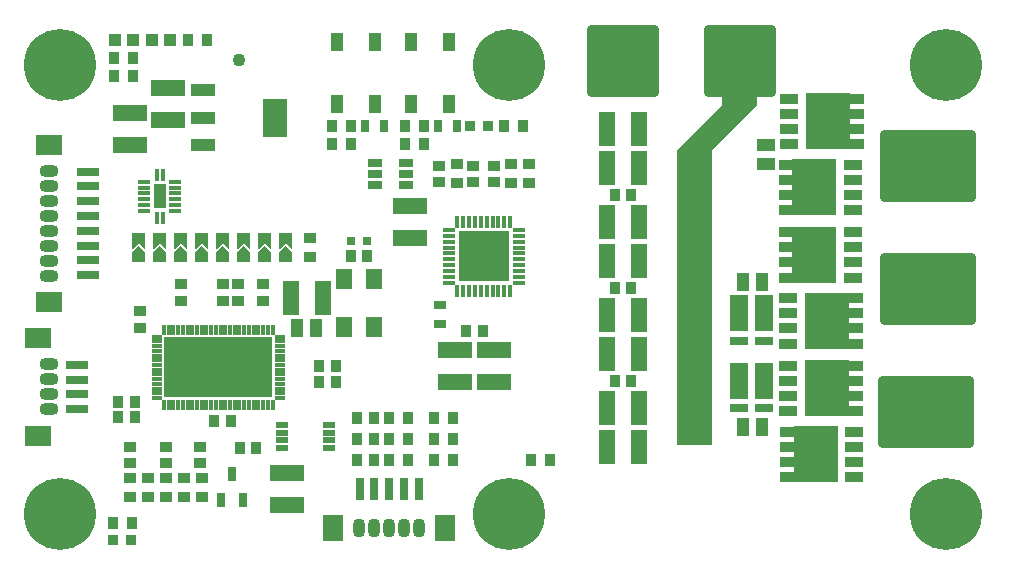
<source format=gts>
G04*
G04 #@! TF.GenerationSoftware,Altium Limited,Altium Designer,21.0.8 (223)*
G04*
G04 Layer_Color=8388736*
%FSLAX25Y25*%
%MOIN*%
G70*
G04*
G04 #@! TF.SameCoordinates,B676E1CA-0217-40F3-8002-BB03906CADE6*
G04*
G04*
G04 #@! TF.FilePolarity,Negative*
G04*
G01*
G75*
%ADD60R,0.03150X0.07480*%
%ADD61R,0.06693X0.09055*%
%ADD62R,0.09055X0.06693*%
%ADD63R,0.07480X0.03150*%
%ADD64R,0.03543X0.03543*%
%ADD65R,0.04331X0.06496*%
%ADD66R,0.03543X0.04134*%
%ADD67C,0.04331*%
%ADD68R,0.06102X0.03740*%
%ADD69R,0.04528X0.03740*%
%ADD70R,0.15158X0.18898*%
%ADD71R,0.05512X0.11496*%
%ADD72R,0.03465X0.04252*%
%ADD73R,0.04095X0.02520*%
%ADD74R,0.11496X0.05512*%
%ADD75R,0.04252X0.03465*%
%ADD76C,0.01575*%
%ADD77R,0.04409X0.06181*%
%ADD78R,0.06280X0.12008*%
%ADD79R,0.06280X0.03150*%
G04:AMPARAMS|DCode=80|XSize=240.16mil|YSize=240.16mil|CornerRadius=13.78mil|HoleSize=0mil|Usage=FLASHONLY|Rotation=0.000|XOffset=0mil|YOffset=0mil|HoleType=Round|Shape=RoundedRectangle|*
%AMROUNDEDRECTD80*
21,1,0.24016,0.21260,0,0,0.0*
21,1,0.21260,0.24016,0,0,0.0*
1,1,0.02756,0.10630,-0.10630*
1,1,0.02756,-0.10630,-0.10630*
1,1,0.02756,-0.10630,0.10630*
1,1,0.02756,0.10630,0.10630*
%
%ADD80ROUNDEDRECTD80*%
%ADD81R,0.02756X0.04724*%
G04:AMPARAMS|DCode=82|XSize=318.9mil|YSize=240.16mil|CornerRadius=13.78mil|HoleSize=0mil|Usage=FLASHONLY|Rotation=180.000|XOffset=0mil|YOffset=0mil|HoleType=Round|Shape=RoundedRectangle|*
%AMROUNDEDRECTD82*
21,1,0.31890,0.21260,0,0,180.0*
21,1,0.29134,0.24016,0,0,180.0*
1,1,0.02756,-0.14567,0.10630*
1,1,0.02756,0.14567,0.10630*
1,1,0.02756,0.14567,-0.10630*
1,1,0.02756,-0.14567,-0.10630*
%
%ADD82ROUNDEDRECTD82*%
%ADD83R,0.04921X0.02756*%
%ADD84R,0.03937X0.07874*%
%ADD85R,0.01339X0.03937*%
%ADD86R,0.03937X0.01339*%
%ADD87R,0.02520X0.04095*%
%ADD88R,0.01575X0.03937*%
%ADD89R,0.03937X0.01575*%
%ADD90R,0.17126X0.17126*%
%ADD91R,0.04134X0.02165*%
%ADD92R,0.04134X0.03543*%
%ADD93R,0.36221X0.20472*%
%ADD94R,0.01181X0.03740*%
%ADD95R,0.03740X0.01181*%
%ADD96R,0.07874X0.12992*%
%ADD97R,0.07874X0.03937*%
%ADD98R,0.02953X0.03150*%
%ADD99R,0.06181X0.04409*%
%ADD100R,0.03937X0.04134*%
%ADD101R,0.04095X0.03543*%
%ADD102R,0.05512X0.06693*%
%ADD103O,0.06299X0.04331*%
%ADD104O,0.04331X0.06299*%
%ADD105C,0.03740*%
%ADD106C,0.24016*%
%ADD107C,0.02362*%
%ADD108C,0.02756*%
G36*
X91007Y107418D02*
X91044Y107407D01*
X91078Y107389D01*
X91108Y107364D01*
X91133Y107334D01*
X91151Y107300D01*
X91163Y107263D01*
X91166Y107224D01*
X91166Y102232D01*
X91166Y102232D01*
X91164Y102212D01*
X91163Y102193D01*
X91154Y102164D01*
X91151Y102156D01*
X91133Y102122D01*
X91108Y102092D01*
X91078Y102067D01*
X91044Y102049D01*
X91035Y102046D01*
X91007Y102038D01*
X90988Y102036D01*
X90968Y102034D01*
X90949Y102036D01*
X90930Y102038D01*
X90901Y102046D01*
X90893Y102049D01*
X90859Y102067D01*
X90829Y102092D01*
X89000Y103920D01*
X87172Y102092D01*
X87172Y102092D01*
X87142Y102067D01*
X87107Y102049D01*
X87070Y102037D01*
X87057Y102036D01*
X87032Y102033D01*
X87005Y102036D01*
X86993Y102037D01*
X86967Y102045D01*
X86956Y102049D01*
X86956Y102049D01*
D01*
X86955Y102049D01*
X86922Y102067D01*
X86899Y102085D01*
X86892Y102092D01*
X86874Y102114D01*
X86867Y102121D01*
X86867Y102121D01*
X86867Y102121D01*
X86849Y102156D01*
X86838Y102193D01*
X86836Y102206D01*
X86834Y102231D01*
X86834Y102231D01*
X86834Y107224D01*
Y107224D01*
D01*
X86838Y107263D01*
X86849Y107300D01*
X86867Y107334D01*
X86892Y107364D01*
X86922Y107389D01*
X86956Y107407D01*
X86993Y107418D01*
X87032Y107422D01*
X87032D01*
D01*
X90969D01*
X91007Y107418D01*
D02*
G37*
G36*
X84007D02*
X84044Y107407D01*
X84078Y107389D01*
X84108Y107364D01*
X84133Y107334D01*
X84151Y107300D01*
X84162Y107263D01*
X84166Y107224D01*
X84166Y102232D01*
X84166Y102232D01*
X84164Y102212D01*
X84162Y102193D01*
X84154Y102164D01*
X84151Y102156D01*
X84133Y102122D01*
X84108Y102092D01*
X84078Y102067D01*
X84044Y102049D01*
X84035Y102046D01*
X84007Y102038D01*
X83988Y102036D01*
X83968Y102034D01*
X83949Y102036D01*
X83930Y102038D01*
X83901Y102046D01*
X83893Y102049D01*
X83859Y102067D01*
X83829Y102092D01*
X82000Y103920D01*
X80172Y102092D01*
X80172Y102092D01*
X80142Y102067D01*
X80107Y102049D01*
X80070Y102037D01*
X80057Y102036D01*
X80032Y102033D01*
X80005Y102036D01*
X79993Y102037D01*
X79967Y102045D01*
X79956Y102049D01*
X79956Y102049D01*
D01*
X79955Y102049D01*
X79922Y102067D01*
X79899Y102085D01*
X79892Y102092D01*
X79874Y102114D01*
X79867Y102121D01*
X79867Y102121D01*
X79867Y102121D01*
X79849Y102156D01*
X79838Y102193D01*
X79836Y102206D01*
X79834Y102231D01*
X79834Y102231D01*
X79834Y107224D01*
Y107224D01*
D01*
X79838Y107263D01*
X79849Y107300D01*
X79867Y107334D01*
X79892Y107364D01*
X79922Y107389D01*
X79956Y107407D01*
X79993Y107418D01*
X80032Y107422D01*
X80032D01*
D01*
X83969D01*
X84007Y107418D01*
D02*
G37*
G36*
X77007D02*
X77044Y107407D01*
X77078Y107389D01*
X77108Y107364D01*
X77133Y107334D01*
X77151Y107300D01*
X77162Y107263D01*
X77166Y107224D01*
X77166Y102232D01*
X77166Y102232D01*
X77164Y102212D01*
X77162Y102193D01*
X77154Y102164D01*
X77151Y102156D01*
X77133Y102122D01*
X77108Y102092D01*
X77078Y102067D01*
X77044Y102049D01*
X77035Y102046D01*
X77007Y102038D01*
X76988Y102036D01*
X76968Y102034D01*
X76949Y102036D01*
X76930Y102038D01*
X76901Y102046D01*
X76893Y102049D01*
X76859Y102067D01*
X76829Y102092D01*
X75000Y103920D01*
X73172Y102092D01*
X73172Y102092D01*
X73142Y102067D01*
X73107Y102049D01*
X73070Y102037D01*
X73057Y102036D01*
X73032Y102033D01*
X73005Y102036D01*
X72993Y102037D01*
X72967Y102045D01*
X72956Y102049D01*
X72956Y102049D01*
D01*
X72955Y102049D01*
X72922Y102067D01*
X72899Y102085D01*
X72892Y102092D01*
X72874Y102114D01*
X72867Y102121D01*
X72867Y102121D01*
X72867Y102121D01*
X72849Y102156D01*
X72838Y102193D01*
X72836Y102206D01*
X72834Y102231D01*
X72834Y102231D01*
X72834Y107224D01*
Y107224D01*
D01*
X72838Y107263D01*
X72849Y107300D01*
X72867Y107334D01*
X72892Y107364D01*
X72922Y107389D01*
X72956Y107407D01*
X72993Y107418D01*
X73032Y107422D01*
X73032D01*
D01*
X76968D01*
X77007Y107418D01*
D02*
G37*
G36*
X70007D02*
X70044Y107407D01*
X70078Y107389D01*
X70108Y107364D01*
X70133Y107334D01*
X70151Y107300D01*
X70162Y107263D01*
X70166Y107224D01*
X70166Y102232D01*
X70166Y102232D01*
X70164Y102212D01*
X70162Y102193D01*
X70154Y102164D01*
X70151Y102156D01*
X70133Y102122D01*
X70108Y102092D01*
X70078Y102067D01*
X70044Y102049D01*
X70035Y102046D01*
X70007Y102038D01*
X69988Y102036D01*
X69968Y102034D01*
X69949Y102036D01*
X69930Y102038D01*
X69901Y102046D01*
X69893Y102049D01*
X69859Y102067D01*
X69829Y102092D01*
X68000Y103920D01*
X66172Y102092D01*
X66171Y102092D01*
X66142Y102067D01*
X66107Y102049D01*
X66070Y102037D01*
X66057Y102036D01*
X66032Y102033D01*
X66005Y102036D01*
X65993Y102037D01*
X65967Y102045D01*
X65956Y102049D01*
X65956Y102049D01*
D01*
X65955Y102049D01*
X65922Y102067D01*
X65899Y102085D01*
X65892Y102092D01*
X65873Y102114D01*
X65867Y102121D01*
X65867Y102121D01*
X65867Y102121D01*
X65849Y102156D01*
X65838Y102193D01*
X65836Y102206D01*
X65834Y102231D01*
X65834Y102231D01*
X65834Y107224D01*
Y107224D01*
D01*
X65838Y107263D01*
X65849Y107300D01*
X65867Y107334D01*
X65892Y107364D01*
X65922Y107389D01*
X65956Y107407D01*
X65993Y107418D01*
X66031Y107422D01*
X66031D01*
D01*
X69968D01*
X70007Y107418D01*
D02*
G37*
G36*
X63007D02*
X63044Y107407D01*
X63078Y107389D01*
X63108Y107364D01*
X63133Y107334D01*
X63151Y107300D01*
X63162Y107263D01*
X63166Y107224D01*
X63166Y102232D01*
X63166Y102232D01*
X63164Y102212D01*
X63162Y102193D01*
X63154Y102164D01*
X63151Y102156D01*
X63133Y102122D01*
X63108Y102092D01*
X63078Y102067D01*
X63044Y102049D01*
X63036Y102046D01*
X63007Y102038D01*
X62988Y102036D01*
X62968Y102034D01*
X62949Y102036D01*
X62930Y102038D01*
X62901Y102046D01*
X62893Y102049D01*
X62859Y102067D01*
X62829Y102092D01*
X61000Y103920D01*
X59172Y102092D01*
X59171Y102092D01*
X59142Y102067D01*
X59107Y102049D01*
X59070Y102037D01*
X59057Y102036D01*
X59032Y102033D01*
X59004Y102036D01*
X58993Y102037D01*
X58967Y102045D01*
X58956Y102049D01*
X58956Y102049D01*
D01*
X58955Y102049D01*
X58922Y102067D01*
X58899Y102085D01*
X58892Y102092D01*
X58873Y102114D01*
X58867Y102121D01*
X58867Y102121D01*
X58867Y102121D01*
X58849Y102156D01*
X58838Y102193D01*
X58836Y102206D01*
X58834Y102231D01*
X58834Y102231D01*
X58834Y107224D01*
Y107224D01*
D01*
X58837Y107263D01*
X58849Y107300D01*
X58867Y107334D01*
X58892Y107364D01*
X58922Y107389D01*
X58956Y107407D01*
X58993Y107418D01*
X59031Y107422D01*
X59031D01*
D01*
X62968D01*
X63007Y107418D01*
D02*
G37*
G36*
X56007D02*
X56044Y107407D01*
X56078Y107389D01*
X56108Y107364D01*
X56133Y107334D01*
X56151Y107300D01*
X56163Y107263D01*
X56166Y107224D01*
X56166Y102232D01*
X56166Y102232D01*
X56164Y102212D01*
X56163Y102193D01*
X56154Y102164D01*
X56151Y102156D01*
X56133Y102122D01*
X56108Y102092D01*
X56078Y102067D01*
X56044Y102049D01*
X56036Y102046D01*
X56007Y102038D01*
X55988Y102036D01*
X55968Y102034D01*
X55949Y102036D01*
X55930Y102038D01*
X55901Y102046D01*
X55893Y102049D01*
X55859Y102067D01*
X55829Y102092D01*
X54000Y103920D01*
X52172Y102092D01*
X52171Y102092D01*
X52142Y102067D01*
X52107Y102049D01*
X52070Y102037D01*
X52057Y102036D01*
X52032Y102033D01*
X52004Y102036D01*
X51993Y102037D01*
X51967Y102045D01*
X51956Y102049D01*
X51956Y102049D01*
D01*
X51955Y102049D01*
X51922Y102067D01*
X51899Y102085D01*
X51892Y102092D01*
X51873Y102114D01*
X51867Y102121D01*
X51867Y102121D01*
X51867Y102121D01*
X51849Y102156D01*
X51838Y102193D01*
X51836Y102206D01*
X51834Y102231D01*
X51834Y102231D01*
X51834Y107224D01*
Y107224D01*
D01*
X51837Y107263D01*
X51849Y107300D01*
X51867Y107334D01*
X51892Y107364D01*
X51922Y107389D01*
X51956Y107407D01*
X51993Y107418D01*
X52031Y107422D01*
X52031D01*
D01*
X55968D01*
X56007Y107418D01*
D02*
G37*
G36*
X49007D02*
X49044Y107407D01*
X49078Y107389D01*
X49108Y107364D01*
X49133Y107334D01*
X49151Y107300D01*
X49163Y107263D01*
X49166Y107224D01*
X49166Y102232D01*
X49166Y102232D01*
X49164Y102212D01*
X49163Y102193D01*
X49154Y102164D01*
X49151Y102156D01*
X49133Y102122D01*
X49108Y102092D01*
X49078Y102067D01*
X49044Y102049D01*
X49036Y102046D01*
X49007Y102038D01*
X48988Y102036D01*
X48968Y102034D01*
X48949Y102036D01*
X48930Y102038D01*
X48901Y102046D01*
X48893Y102049D01*
X48859Y102067D01*
X48829Y102092D01*
X47000Y103920D01*
X45172Y102092D01*
X45171Y102092D01*
X45142Y102067D01*
X45107Y102049D01*
X45070Y102037D01*
X45057Y102036D01*
X45032Y102033D01*
X45004Y102036D01*
X44993Y102037D01*
X44967Y102045D01*
X44956Y102049D01*
X44956Y102049D01*
D01*
X44955Y102049D01*
X44922Y102067D01*
X44899Y102085D01*
X44892Y102092D01*
X44873Y102114D01*
X44867Y102121D01*
X44867Y102121D01*
X44867Y102121D01*
X44849Y102156D01*
X44838Y102193D01*
X44836Y102206D01*
X44834Y102231D01*
X44834Y102231D01*
X44834Y107224D01*
Y107224D01*
D01*
X44837Y107263D01*
X44849Y107300D01*
X44867Y107334D01*
X44892Y107364D01*
X44922Y107389D01*
X44956Y107407D01*
X44993Y107418D01*
X45031Y107422D01*
X45031D01*
D01*
X48968D01*
X49007Y107418D01*
D02*
G37*
G36*
X42007D02*
X42044Y107407D01*
X42078Y107389D01*
X42108Y107364D01*
X42133Y107334D01*
X42151Y107300D01*
X42162Y107263D01*
X42166Y107224D01*
X42166Y102232D01*
X42166Y102232D01*
X42164Y102212D01*
X42162Y102193D01*
X42154Y102164D01*
X42151Y102156D01*
X42133Y102122D01*
X42108Y102092D01*
X42078Y102067D01*
X42044Y102049D01*
X42035Y102046D01*
X42007Y102038D01*
X41988Y102036D01*
X41969Y102034D01*
X41949Y102036D01*
X41930Y102038D01*
X41901Y102046D01*
X41893Y102049D01*
X41859Y102067D01*
X41829Y102092D01*
X40000Y103920D01*
X38172Y102092D01*
X38171Y102092D01*
X38142Y102067D01*
X38107Y102049D01*
X38070Y102037D01*
X38057Y102036D01*
X38032Y102033D01*
X38004Y102036D01*
X37993Y102037D01*
X37967Y102045D01*
X37956Y102049D01*
X37956Y102049D01*
D01*
X37955Y102049D01*
X37922Y102067D01*
X37899Y102085D01*
X37892Y102092D01*
X37874Y102114D01*
X37867Y102121D01*
X37867Y102121D01*
X37867Y102121D01*
X37849Y102156D01*
X37838Y102193D01*
X37836Y102206D01*
X37834Y102231D01*
X37834Y102231D01*
X37834Y107224D01*
Y107224D01*
D01*
X37837Y107263D01*
X37849Y107300D01*
X37867Y107334D01*
X37892Y107364D01*
X37922Y107389D01*
X37956Y107407D01*
X37993Y107418D01*
X38032Y107422D01*
X38032D01*
D01*
X41969D01*
X42007Y107418D01*
D02*
G37*
G36*
X89039Y103088D02*
X89076Y103076D01*
X89110Y103058D01*
X89140Y103034D01*
X91108Y101065D01*
X91133Y101035D01*
X91151Y101001D01*
X91154Y100992D01*
X91163Y100964D01*
X91164Y100944D01*
X91166Y100925D01*
X91166Y100925D01*
Y97776D01*
X91163Y97737D01*
X91151Y97700D01*
X91133Y97666D01*
X91108Y97636D01*
X91078Y97611D01*
X91044Y97593D01*
X91007Y97582D01*
X90969Y97578D01*
X87032D01*
X86993Y97582D01*
X86956Y97593D01*
X86922Y97611D01*
X86892Y97636D01*
X86867Y97666D01*
X86849Y97700D01*
X86838Y97737D01*
X86834Y97776D01*
Y100925D01*
X86834Y100925D01*
X86838Y100964D01*
X86849Y101001D01*
X86867Y101035D01*
X86892Y101065D01*
X88860Y103034D01*
X88890Y103058D01*
X88924Y103076D01*
X88961Y103088D01*
X89000Y103092D01*
X89039Y103088D01*
D02*
G37*
G36*
X82039D02*
X82076Y103076D01*
X82110Y103058D01*
X82140Y103034D01*
X84108Y101065D01*
X84133Y101035D01*
X84151Y101001D01*
X84154Y100992D01*
X84162Y100964D01*
X84164Y100944D01*
X84166Y100925D01*
X84166Y100925D01*
Y97776D01*
X84162Y97737D01*
X84151Y97700D01*
X84133Y97666D01*
X84108Y97636D01*
X84078Y97611D01*
X84044Y97593D01*
X84007Y97582D01*
X83969Y97578D01*
X80032D01*
X79993Y97582D01*
X79956Y97593D01*
X79922Y97611D01*
X79892Y97636D01*
X79867Y97666D01*
X79849Y97700D01*
X79838Y97737D01*
X79834Y97776D01*
Y100925D01*
X79834Y100925D01*
X79838Y100964D01*
X79849Y101001D01*
X79867Y101035D01*
X79892Y101065D01*
X81860Y103034D01*
X81890Y103058D01*
X81924Y103076D01*
X81961Y103088D01*
X82000Y103092D01*
X82039Y103088D01*
D02*
G37*
G36*
X75039D02*
X75076Y103076D01*
X75110Y103058D01*
X75140Y103034D01*
X77108Y101065D01*
X77133Y101035D01*
X77151Y101001D01*
X77154Y100992D01*
X77162Y100964D01*
X77164Y100944D01*
X77166Y100925D01*
X77166Y100925D01*
Y97776D01*
X77162Y97737D01*
X77151Y97700D01*
X77133Y97666D01*
X77108Y97636D01*
X77078Y97611D01*
X77044Y97593D01*
X77007Y97582D01*
X76968Y97578D01*
X73032D01*
X72993Y97582D01*
X72956Y97593D01*
X72922Y97611D01*
X72892Y97636D01*
X72867Y97666D01*
X72849Y97700D01*
X72838Y97737D01*
X72834Y97776D01*
Y100925D01*
X72834Y100925D01*
X72838Y100964D01*
X72849Y101001D01*
X72867Y101035D01*
X72892Y101065D01*
X74860Y103034D01*
X74890Y103058D01*
X74924Y103076D01*
X74961Y103088D01*
X75000Y103092D01*
X75039Y103088D01*
D02*
G37*
G36*
X68039D02*
X68076Y103076D01*
X68110Y103058D01*
X68140Y103034D01*
X70108Y101065D01*
X70133Y101035D01*
X70151Y101001D01*
X70154Y100992D01*
X70162Y100964D01*
X70164Y100944D01*
X70166Y100925D01*
X70166Y100925D01*
Y97776D01*
X70162Y97737D01*
X70151Y97700D01*
X70133Y97666D01*
X70108Y97636D01*
X70078Y97611D01*
X70044Y97593D01*
X70007Y97582D01*
X69968Y97578D01*
X66031D01*
X65993Y97582D01*
X65956Y97593D01*
X65922Y97611D01*
X65892Y97636D01*
X65867Y97666D01*
X65849Y97700D01*
X65838Y97737D01*
X65834Y97776D01*
Y100925D01*
X65834Y100925D01*
X65838Y100964D01*
X65849Y101001D01*
X65867Y101035D01*
X65892Y101065D01*
X67860Y103034D01*
X67890Y103058D01*
X67924Y103076D01*
X67961Y103088D01*
X68000Y103092D01*
X68039Y103088D01*
D02*
G37*
G36*
X61039D02*
X61076Y103076D01*
X61110Y103058D01*
X61140Y103034D01*
X63108Y101065D01*
X63133Y101035D01*
X63151Y101001D01*
X63154Y100992D01*
X63162Y100964D01*
X63164Y100944D01*
X63166Y100925D01*
X63166Y100925D01*
Y97776D01*
X63162Y97737D01*
X63151Y97700D01*
X63133Y97666D01*
X63108Y97636D01*
X63078Y97611D01*
X63044Y97593D01*
X63007Y97582D01*
X62968Y97578D01*
X59031D01*
X58993Y97582D01*
X58956Y97593D01*
X58922Y97611D01*
X58892Y97636D01*
X58867Y97666D01*
X58849Y97700D01*
X58837Y97737D01*
X58834Y97776D01*
Y100925D01*
X58834Y100925D01*
X58837Y100964D01*
X58849Y101001D01*
X58867Y101035D01*
X58892Y101065D01*
X60860Y103034D01*
X60890Y103058D01*
X60924Y103076D01*
X60961Y103088D01*
X61000Y103092D01*
X61039Y103088D01*
D02*
G37*
G36*
X54039D02*
X54076Y103076D01*
X54110Y103058D01*
X54140Y103034D01*
X56108Y101065D01*
X56133Y101035D01*
X56151Y101001D01*
X56154Y100992D01*
X56163Y100964D01*
X56164Y100944D01*
X56166Y100925D01*
X56166Y100925D01*
Y97776D01*
X56163Y97737D01*
X56151Y97700D01*
X56133Y97666D01*
X56108Y97636D01*
X56078Y97611D01*
X56044Y97593D01*
X56007Y97582D01*
X55968Y97578D01*
X52031D01*
X51993Y97582D01*
X51956Y97593D01*
X51922Y97611D01*
X51892Y97636D01*
X51867Y97666D01*
X51849Y97700D01*
X51837Y97737D01*
X51834Y97776D01*
Y100925D01*
X51834Y100925D01*
X51837Y100964D01*
X51849Y101001D01*
X51867Y101035D01*
X51892Y101065D01*
X53860Y103034D01*
X53890Y103058D01*
X53924Y103076D01*
X53961Y103088D01*
X54000Y103092D01*
X54039Y103088D01*
D02*
G37*
G36*
X47039D02*
X47076Y103076D01*
X47110Y103058D01*
X47140Y103034D01*
X49108Y101065D01*
X49133Y101035D01*
X49151Y101001D01*
X49154Y100992D01*
X49163Y100964D01*
X49164Y100944D01*
X49166Y100925D01*
X49166Y100925D01*
Y97776D01*
X49163Y97737D01*
X49151Y97700D01*
X49133Y97666D01*
X49108Y97636D01*
X49078Y97611D01*
X49044Y97593D01*
X49007Y97582D01*
X48968Y97578D01*
X45031D01*
X44993Y97582D01*
X44956Y97593D01*
X44922Y97611D01*
X44892Y97636D01*
X44867Y97666D01*
X44849Y97700D01*
X44837Y97737D01*
X44834Y97776D01*
Y100925D01*
X44834Y100925D01*
X44837Y100964D01*
X44849Y101001D01*
X44867Y101035D01*
X44892Y101065D01*
X46860Y103034D01*
X46890Y103058D01*
X46924Y103076D01*
X46961Y103088D01*
X47000Y103092D01*
X47039Y103088D01*
D02*
G37*
G36*
X40039D02*
X40076Y103076D01*
X40110Y103058D01*
X40140Y103034D01*
X42108Y101065D01*
X42133Y101035D01*
X42151Y101001D01*
X42154Y100992D01*
X42162Y100964D01*
X42164Y100944D01*
X42166Y100925D01*
X42166Y100925D01*
Y97776D01*
X42162Y97737D01*
X42151Y97700D01*
X42133Y97666D01*
X42108Y97636D01*
X42078Y97611D01*
X42044Y97593D01*
X42007Y97582D01*
X41969Y97578D01*
X38032D01*
X37993Y97582D01*
X37956Y97593D01*
X37922Y97611D01*
X37892Y97636D01*
X37867Y97666D01*
X37849Y97700D01*
X37837Y97737D01*
X37834Y97776D01*
Y100925D01*
X37834Y100925D01*
X37837Y100964D01*
X37849Y101001D01*
X37867Y101035D01*
X37892Y101065D01*
X39860Y103034D01*
X39890Y103058D01*
X39924Y103076D01*
X39961Y103088D01*
X40000Y103092D01*
X40039Y103088D01*
D02*
G37*
G36*
X246000Y150000D02*
X231000Y135000D01*
Y36500D01*
X219500D01*
Y135000D01*
X234500Y150000D01*
Y153870D01*
X246000D01*
Y150000D01*
D02*
G37*
D60*
X113657Y22024D02*
D03*
X118579D02*
D03*
X123500D02*
D03*
X128421D02*
D03*
X133343D02*
D03*
D61*
X142201Y9031D02*
D03*
X104799D02*
D03*
D62*
X6350Y72240D02*
D03*
Y39760D02*
D03*
X10000Y84417D02*
D03*
Y136583D02*
D03*
D63*
X19342Y48618D02*
D03*
Y53539D02*
D03*
Y58461D02*
D03*
Y63382D02*
D03*
X22992Y127724D02*
D03*
Y122803D02*
D03*
Y117882D02*
D03*
Y112961D02*
D03*
Y108039D02*
D03*
Y103118D02*
D03*
Y98197D02*
D03*
Y93276D02*
D03*
D64*
X150547Y143000D02*
D03*
X156453D02*
D03*
X37453Y5000D02*
D03*
X31547D02*
D03*
D65*
X106201Y150165D02*
D03*
Y170835D02*
D03*
X118799Y150165D02*
D03*
Y170835D02*
D03*
X143299D02*
D03*
Y150165D02*
D03*
X130701Y170835D02*
D03*
Y150165D02*
D03*
D66*
X161850Y143000D02*
D03*
X168150D02*
D03*
X104350D02*
D03*
X110650D02*
D03*
X37650Y10500D02*
D03*
X31350D02*
D03*
X110650Y137000D02*
D03*
X104350D02*
D03*
X138350Y45500D02*
D03*
X144650D02*
D03*
X138350Y31500D02*
D03*
X144650D02*
D03*
X138350Y38500D02*
D03*
X144650D02*
D03*
X62650Y171500D02*
D03*
X56350D02*
D03*
X31850Y159500D02*
D03*
X38150D02*
D03*
X123350Y38500D02*
D03*
X129650D02*
D03*
X123350Y31500D02*
D03*
X129650D02*
D03*
X123350Y45500D02*
D03*
X129650D02*
D03*
X177150Y31500D02*
D03*
X170850D02*
D03*
X31850Y165500D02*
D03*
X38150D02*
D03*
X128850Y137000D02*
D03*
X135150D02*
D03*
Y143000D02*
D03*
X128850D02*
D03*
D67*
X73500Y165000D02*
D03*
D68*
X278590Y25921D02*
D03*
Y31000D02*
D03*
Y36000D02*
D03*
Y41079D02*
D03*
X256547Y47921D02*
D03*
Y85579D02*
D03*
Y80500D02*
D03*
Y75500D02*
D03*
Y70421D02*
D03*
Y53000D02*
D03*
Y58000D02*
D03*
Y63079D02*
D03*
X278091Y92421D02*
D03*
Y97500D02*
D03*
Y102500D02*
D03*
Y107579D02*
D03*
Y114921D02*
D03*
Y120000D02*
D03*
Y125000D02*
D03*
Y130079D02*
D03*
X256909Y136921D02*
D03*
Y142000D02*
D03*
Y147000D02*
D03*
Y152079D02*
D03*
D69*
X256150Y41079D02*
D03*
Y36000D02*
D03*
Y31000D02*
D03*
Y25921D02*
D03*
X278988Y70421D02*
D03*
Y75500D02*
D03*
Y80500D02*
D03*
Y85579D02*
D03*
Y63079D02*
D03*
Y58000D02*
D03*
Y53000D02*
D03*
Y47921D02*
D03*
X255650Y107579D02*
D03*
Y102500D02*
D03*
Y97500D02*
D03*
Y92421D02*
D03*
Y130079D02*
D03*
Y125000D02*
D03*
Y120000D02*
D03*
Y114921D02*
D03*
X279350Y152079D02*
D03*
Y147000D02*
D03*
Y142000D02*
D03*
Y136921D02*
D03*
D70*
X265638Y33500D02*
D03*
X269500Y78000D02*
D03*
Y55500D02*
D03*
X265138Y100000D02*
D03*
Y122500D02*
D03*
X269862Y144500D02*
D03*
D71*
X206854Y36000D02*
D03*
X196146D02*
D03*
X206854Y49000D02*
D03*
X196146D02*
D03*
X206854Y80000D02*
D03*
X196146D02*
D03*
X206854Y67000D02*
D03*
X196146D02*
D03*
X206854Y98000D02*
D03*
X196146D02*
D03*
X101354Y85500D02*
D03*
X90646D02*
D03*
X196146Y129000D02*
D03*
X206854D02*
D03*
X196146Y142000D02*
D03*
X206854D02*
D03*
X196146Y111000D02*
D03*
X206854D02*
D03*
D72*
X198744Y58000D02*
D03*
X204256D02*
D03*
X70756Y44500D02*
D03*
X65244D02*
D03*
X198744Y89000D02*
D03*
X204256D02*
D03*
Y120000D02*
D03*
X198744D02*
D03*
X149244Y74500D02*
D03*
X154756D02*
D03*
X79256Y35500D02*
D03*
X73744D02*
D03*
X112819Y31500D02*
D03*
X118331D02*
D03*
X105756Y57500D02*
D03*
X100244D02*
D03*
X33244Y51000D02*
D03*
X38756D02*
D03*
X105756Y63000D02*
D03*
X100244D02*
D03*
X33244Y46000D02*
D03*
X38756D02*
D03*
X110744Y99500D02*
D03*
X116256D02*
D03*
X118331Y45500D02*
D03*
X112819D02*
D03*
X118331Y38500D02*
D03*
X112819D02*
D03*
D73*
X140500Y83150D02*
D03*
Y76850D02*
D03*
D74*
X89500Y16646D02*
D03*
Y27354D02*
D03*
X130500Y116354D02*
D03*
Y105646D02*
D03*
X49826Y155631D02*
D03*
Y144922D02*
D03*
X37000Y136646D02*
D03*
Y147354D02*
D03*
X145500Y57646D02*
D03*
Y68354D02*
D03*
X158500D02*
D03*
Y57646D02*
D03*
D75*
X60500Y30488D02*
D03*
Y36000D02*
D03*
X151500Y129756D02*
D03*
Y124244D02*
D03*
X140000Y129756D02*
D03*
Y124244D02*
D03*
X40500Y75744D02*
D03*
Y81256D02*
D03*
X81500Y84744D02*
D03*
Y90256D02*
D03*
X68000D02*
D03*
Y84744D02*
D03*
X73000D02*
D03*
Y90256D02*
D03*
X54000Y84744D02*
D03*
Y90256D02*
D03*
X158500Y129756D02*
D03*
Y124244D02*
D03*
D76*
X89000Y105500D02*
D03*
Y99500D02*
D03*
X61000Y105500D02*
D03*
Y99500D02*
D03*
X82000Y105500D02*
D03*
Y99500D02*
D03*
X75000Y105500D02*
D03*
Y99500D02*
D03*
X68000Y105500D02*
D03*
Y99500D02*
D03*
X54000Y105500D02*
D03*
Y99500D02*
D03*
X47000Y105500D02*
D03*
Y99500D02*
D03*
X40000Y105500D02*
D03*
Y99500D02*
D03*
D77*
X241311Y42500D02*
D03*
X247689D02*
D03*
Y91000D02*
D03*
X241311D02*
D03*
X99189Y75500D02*
D03*
X92811D02*
D03*
D78*
X240209Y58000D02*
D03*
X248500D02*
D03*
Y80500D02*
D03*
X240209D02*
D03*
D79*
X248500Y48847D02*
D03*
X240209D02*
D03*
Y71346D02*
D03*
X248500D02*
D03*
D80*
X240500Y164500D02*
D03*
X201500D02*
D03*
D81*
X71000Y26831D02*
D03*
X74740Y18169D02*
D03*
X67260D02*
D03*
D82*
X303000Y129500D02*
D03*
Y88500D02*
D03*
X302500Y47500D02*
D03*
D83*
X129118Y130740D02*
D03*
Y127000D02*
D03*
Y123260D02*
D03*
X118882D02*
D03*
Y127000D02*
D03*
Y130740D02*
D03*
D84*
X47000Y119500D02*
D03*
D85*
X46016Y126587D02*
D03*
Y112413D02*
D03*
X47984D02*
D03*
Y126587D02*
D03*
D86*
X41882Y124421D02*
D03*
Y122453D02*
D03*
Y120484D02*
D03*
Y118516D02*
D03*
Y116547D02*
D03*
Y114579D02*
D03*
X52118D02*
D03*
Y116547D02*
D03*
Y118516D02*
D03*
Y120484D02*
D03*
Y122453D02*
D03*
Y124421D02*
D03*
D87*
X115350Y143000D02*
D03*
X121650D02*
D03*
X146050D02*
D03*
X139750D02*
D03*
D88*
X146142Y87886D02*
D03*
X148110D02*
D03*
X150079D02*
D03*
X152047D02*
D03*
X154016D02*
D03*
X155984D02*
D03*
X157953D02*
D03*
X159921D02*
D03*
X161890D02*
D03*
X163858D02*
D03*
Y111114D02*
D03*
X161890D02*
D03*
X159921D02*
D03*
X157953D02*
D03*
X155984D02*
D03*
X154016D02*
D03*
X152047D02*
D03*
X150079D02*
D03*
X148110D02*
D03*
X146142D02*
D03*
D89*
X166614Y90642D02*
D03*
Y92610D02*
D03*
Y94579D02*
D03*
Y96547D02*
D03*
Y98516D02*
D03*
Y100484D02*
D03*
Y102453D02*
D03*
Y104421D02*
D03*
Y106390D02*
D03*
Y108358D02*
D03*
X143386D02*
D03*
Y106390D02*
D03*
Y104421D02*
D03*
Y102453D02*
D03*
Y100484D02*
D03*
Y98516D02*
D03*
Y96547D02*
D03*
Y94579D02*
D03*
Y92610D02*
D03*
Y90642D02*
D03*
D90*
X155000Y99500D02*
D03*
D91*
X87799Y35661D02*
D03*
Y38221D02*
D03*
Y40780D02*
D03*
Y43339D02*
D03*
X103350D02*
D03*
Y40780D02*
D03*
Y38221D02*
D03*
Y35661D02*
D03*
D92*
X61000Y19201D02*
D03*
Y25500D02*
D03*
X49000D02*
D03*
Y19201D02*
D03*
X170000Y130150D02*
D03*
Y123850D02*
D03*
X97000Y99350D02*
D03*
Y105650D02*
D03*
X55000Y25500D02*
D03*
Y19201D02*
D03*
X43000D02*
D03*
Y25500D02*
D03*
X37000Y19201D02*
D03*
Y25500D02*
D03*
X164000Y123850D02*
D03*
Y130150D02*
D03*
X146000D02*
D03*
Y123850D02*
D03*
D93*
X66500Y62500D02*
D03*
D94*
X48390Y75098D02*
D03*
X49965D02*
D03*
X51539D02*
D03*
X53114D02*
D03*
X54689D02*
D03*
X56264D02*
D03*
X57839D02*
D03*
X59413D02*
D03*
X60988D02*
D03*
X62563D02*
D03*
X64138D02*
D03*
X65713D02*
D03*
X67287D02*
D03*
X68862D02*
D03*
X70437D02*
D03*
X72012D02*
D03*
X73587D02*
D03*
X75161D02*
D03*
X76736D02*
D03*
X78311D02*
D03*
X79886D02*
D03*
X81461D02*
D03*
X83035D02*
D03*
X84610D02*
D03*
Y49902D02*
D03*
X83035D02*
D03*
X81461D02*
D03*
X79886D02*
D03*
X78311D02*
D03*
X76736D02*
D03*
X75161D02*
D03*
X73587D02*
D03*
X72012D02*
D03*
X70437D02*
D03*
X68862D02*
D03*
X67287D02*
D03*
X65713D02*
D03*
X64138D02*
D03*
X62563D02*
D03*
X60988D02*
D03*
X59413D02*
D03*
X57839D02*
D03*
X56264D02*
D03*
X54689D02*
D03*
X53114D02*
D03*
X51539D02*
D03*
X49965D02*
D03*
X48390D02*
D03*
D95*
X86972Y72736D02*
D03*
Y71161D02*
D03*
Y69587D02*
D03*
Y68012D02*
D03*
Y66437D02*
D03*
Y64862D02*
D03*
Y63287D02*
D03*
Y61713D02*
D03*
Y60138D02*
D03*
Y58563D02*
D03*
Y56988D02*
D03*
Y55413D02*
D03*
Y53839D02*
D03*
Y52264D02*
D03*
X46028D02*
D03*
Y53839D02*
D03*
Y55413D02*
D03*
Y56988D02*
D03*
Y58563D02*
D03*
Y60138D02*
D03*
Y61713D02*
D03*
Y63287D02*
D03*
Y64862D02*
D03*
Y66437D02*
D03*
Y68012D02*
D03*
Y69587D02*
D03*
Y71161D02*
D03*
Y72736D02*
D03*
D96*
X85287Y145780D02*
D03*
D97*
X61272Y136724D02*
D03*
Y145780D02*
D03*
Y154835D02*
D03*
D98*
X110843Y104500D02*
D03*
X116157D02*
D03*
D99*
X249000Y130311D02*
D03*
Y136689D02*
D03*
D100*
X37953Y171500D02*
D03*
X32047D02*
D03*
X50453D02*
D03*
X44547D02*
D03*
D101*
X37000Y36000D02*
D03*
Y30724D02*
D03*
X49000Y36000D02*
D03*
Y30724D02*
D03*
D102*
X118421Y91874D02*
D03*
Y76126D02*
D03*
X108579D02*
D03*
Y91874D02*
D03*
D103*
X10000Y128000D02*
D03*
Y48500D02*
D03*
Y53500D02*
D03*
Y58500D02*
D03*
Y63500D02*
D03*
Y93000D02*
D03*
Y98000D02*
D03*
Y103000D02*
D03*
Y108000D02*
D03*
Y113000D02*
D03*
Y118000D02*
D03*
Y123000D02*
D03*
D104*
X113500Y9000D02*
D03*
X118500D02*
D03*
X133500D02*
D03*
X128500D02*
D03*
X123500D02*
D03*
D105*
X232500Y156500D02*
D03*
X240500D02*
D03*
X248500D02*
D03*
Y164500D02*
D03*
X240500D02*
D03*
X232500D02*
D03*
Y172500D02*
D03*
X248500D02*
D03*
X240500D02*
D03*
X193500Y156500D02*
D03*
X201500D02*
D03*
X209500D02*
D03*
Y164500D02*
D03*
X201500D02*
D03*
X193500D02*
D03*
Y172500D02*
D03*
X209500D02*
D03*
X201500D02*
D03*
X315000Y137500D02*
D03*
X307000D02*
D03*
X299000D02*
D03*
X291000D02*
D03*
Y129500D02*
D03*
X299000D02*
D03*
X307000D02*
D03*
X315000D02*
D03*
Y121500D02*
D03*
X291000D02*
D03*
X299000D02*
D03*
X307000D02*
D03*
X306500Y39500D02*
D03*
X298500D02*
D03*
X290500D02*
D03*
X314500D02*
D03*
Y47500D02*
D03*
X306500D02*
D03*
X298500D02*
D03*
X290500D02*
D03*
Y55500D02*
D03*
X298500D02*
D03*
X306500D02*
D03*
X314500D02*
D03*
X307000Y80500D02*
D03*
X299000D02*
D03*
X291000D02*
D03*
X315000D02*
D03*
Y88500D02*
D03*
X307000D02*
D03*
X299000D02*
D03*
X291000D02*
D03*
Y96500D02*
D03*
X299000D02*
D03*
X307000D02*
D03*
X315000D02*
D03*
D106*
X309055Y163386D02*
D03*
Y13780D02*
D03*
X13780Y163386D02*
D03*
X163386D02*
D03*
Y13780D02*
D03*
X13780D02*
D03*
D107*
X82000Y65000D02*
D03*
X74000D02*
D03*
X78000D02*
D03*
X70000D02*
D03*
X63000Y55000D02*
D03*
X82000Y59925D02*
D03*
X70000D02*
D03*
X74000D02*
D03*
X78000D02*
D03*
X63000Y60000D02*
D03*
X70000Y55000D02*
D03*
X74000D02*
D03*
X78000D02*
D03*
X82000D02*
D03*
X59000D02*
D03*
X55000D02*
D03*
X51000D02*
D03*
Y60000D02*
D03*
X55000D02*
D03*
X59000D02*
D03*
X55000Y65000D02*
D03*
X51000D02*
D03*
X59000D02*
D03*
X63000D02*
D03*
Y70000D02*
D03*
X59000D02*
D03*
X55000D02*
D03*
X70000D02*
D03*
X74000D02*
D03*
X78000D02*
D03*
X82000D02*
D03*
X51000D02*
D03*
D108*
X47000Y119500D02*
D03*
X150500Y95000D02*
D03*
X159500D02*
D03*
X150500Y104000D02*
D03*
X159500D02*
D03*
X155000Y95000D02*
D03*
X150500Y99500D02*
D03*
X155000Y104000D02*
D03*
X159500Y99500D02*
D03*
X155000D02*
D03*
M02*

</source>
